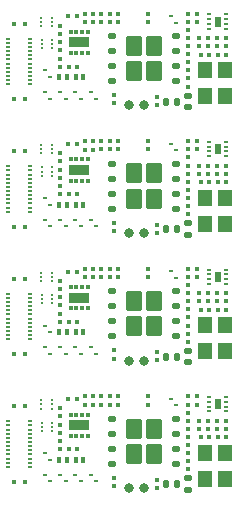
<source format=gbp>
G04 #@! TF.GenerationSoftware,KiCad,Pcbnew,9.0.0*
G04 #@! TF.CreationDate,2025-06-18T17:45:38-04:00*
G04 #@! TF.ProjectId,rp2350-decoder,72703233-3530-42d6-9465-636f6465722e,v0.1.2*
G04 #@! TF.SameCoordinates,Original*
G04 #@! TF.FileFunction,Paste,Bot*
G04 #@! TF.FilePolarity,Positive*
%FSLAX46Y46*%
G04 Gerber Fmt 4.6, Leading zero omitted, Abs format (unit mm)*
G04 Created by KiCad (PCBNEW 9.0.0) date 2025-06-18 17:45:38*
%MOMM*%
%LPD*%
G01*
G04 APERTURE LIST*
G04 Aperture macros list*
%AMRoundRect*
0 Rectangle with rounded corners*
0 $1 Rounding radius*
0 $2 $3 $4 $5 $6 $7 $8 $9 X,Y pos of 4 corners*
0 Add a 4 corners polygon primitive as box body*
4,1,4,$2,$3,$4,$5,$6,$7,$8,$9,$2,$3,0*
0 Add four circle primitives for the rounded corners*
1,1,$1+$1,$2,$3*
1,1,$1+$1,$4,$5*
1,1,$1+$1,$6,$7*
1,1,$1+$1,$8,$9*
0 Add four rect primitives between the rounded corners*
20,1,$1+$1,$2,$3,$4,$5,0*
20,1,$1+$1,$4,$5,$6,$7,0*
20,1,$1+$1,$6,$7,$8,$9,0*
20,1,$1+$1,$8,$9,$2,$3,0*%
G04 Aperture macros list end*
%ADD10R,0.280000X0.100000*%
%ADD11R,0.350000X0.150000*%
%ADD12RoundRect,0.079500X0.079500X0.100500X-0.079500X0.100500X-0.079500X-0.100500X0.079500X-0.100500X0*%
%ADD13RoundRect,0.079500X0.100500X-0.079500X0.100500X0.079500X-0.100500X0.079500X-0.100500X-0.079500X0*%
%ADD14RoundRect,0.079500X-0.100500X0.079500X-0.100500X-0.079500X0.100500X-0.079500X0.100500X0.079500X0*%
%ADD15R,0.350000X0.600000*%
%ADD16R,0.400000X0.200000*%
%ADD17R,0.500000X0.900000*%
%ADD18RoundRect,0.050000X0.050000X0.050000X-0.050000X0.050000X-0.050000X-0.050000X0.050000X-0.050000X0*%
%ADD19RoundRect,0.079500X-0.079500X-0.100500X0.079500X-0.100500X0.079500X0.100500X-0.079500X0.100500X0*%
%ADD20R,0.300000X0.450000*%
%ADD21R,1.700000X0.900000*%
%ADD22R,1.200000X1.400000*%
%ADD23C,0.800000*%
%ADD24RoundRect,0.250000X0.435000X0.615000X-0.435000X0.615000X-0.435000X-0.615000X0.435000X-0.615000X0*%
%ADD25RoundRect,0.125000X0.250000X0.125000X-0.250000X0.125000X-0.250000X-0.125000X0.250000X-0.125000X0*%
%ADD26RoundRect,0.140000X0.140000X0.170000X-0.140000X0.170000X-0.140000X-0.170000X0.140000X-0.170000X0*%
%ADD27RoundRect,0.140000X0.170000X-0.140000X0.170000X0.140000X-0.170000X0.140000X-0.170000X-0.140000X0*%
%ADD28R,0.400000X0.180000*%
%ADD29R,0.380000X0.400000*%
G04 APERTURE END LIST*
D10*
G04 #@! TO.C,Q7*
X32010000Y-42980000D03*
X32010000Y-43280000D03*
D11*
X31980000Y-43600000D03*
D10*
X31470000Y-43680000D03*
X31470000Y-43380000D03*
D11*
X31500000Y-43050000D03*
G04 #@! TD*
D12*
G04 #@! TO.C,R5*
X42835000Y-50670000D03*
X42145000Y-50670000D03*
G04 #@! TD*
D13*
G04 #@! TO.C,C3*
X35110000Y-37105000D03*
X35110000Y-36415000D03*
G04 #@! TD*
D10*
G04 #@! TO.C,Q8*
X33310000Y-32180000D03*
X33310000Y-32480000D03*
D11*
X33280000Y-32800000D03*
D10*
X32770000Y-32880000D03*
X32770000Y-32580000D03*
D11*
X32800000Y-32250000D03*
G04 #@! TD*
D12*
G04 #@! TO.C,C4*
X44235000Y-39870000D03*
X43545000Y-39870000D03*
G04 #@! TD*
D14*
G04 #@! TO.C,R8*
X33710000Y-25615000D03*
X33710000Y-26305000D03*
G04 #@! TD*
G04 #@! TO.C,R8*
X33710000Y-36415000D03*
X33710000Y-37105000D03*
G04 #@! TD*
D12*
G04 #@! TO.C,R17*
X31615000Y-40910000D03*
X30925000Y-40910000D03*
G04 #@! TD*
D14*
G04 #@! TO.C,R1*
X43500000Y-27675000D03*
X43500000Y-28365000D03*
G04 #@! TD*
D15*
G04 #@! TO.C,D6*
X30775000Y-52570000D03*
X30125000Y-52570000D03*
G04 #@! TD*
D16*
G04 #@! TO.C,U1*
X44250000Y-25675000D03*
X44250000Y-26075000D03*
X44250000Y-26475000D03*
X44250000Y-26875000D03*
X42850000Y-26875000D03*
X42850000Y-26475000D03*
X42850000Y-26075000D03*
X42850000Y-25675000D03*
D17*
X43550000Y-26275000D03*
G04 #@! TD*
D18*
G04 #@! TO.C,Q4*
X29520000Y-15140000D03*
X29520000Y-15490000D03*
X29520000Y-15840000D03*
X28620000Y-15840000D03*
X28620000Y-15490000D03*
X28620000Y-15140000D03*
G04 #@! TD*
D12*
G04 #@! TO.C,C20*
X33005000Y-26320000D03*
X32315000Y-26320000D03*
G04 #@! TD*
D10*
G04 #@! TO.C,Q1*
X40089896Y-14950000D03*
X40089896Y-15250000D03*
D11*
X40059896Y-15570000D03*
D10*
X39549896Y-15650000D03*
X39549896Y-15350000D03*
D11*
X39579896Y-15020000D03*
G04 #@! TD*
D13*
G04 #@! TO.C,R16*
X30220000Y-40905000D03*
X30220000Y-40215000D03*
G04 #@! TD*
D14*
G04 #@! TO.C,R4*
X42700000Y-38475000D03*
X42700000Y-39165000D03*
G04 #@! TD*
D19*
G04 #@! TO.C,R12*
X30915000Y-47440000D03*
X31605000Y-47440000D03*
G04 #@! TD*
D12*
G04 #@! TO.C,R7*
X33005000Y-14820000D03*
X32315000Y-14820000D03*
G04 #@! TD*
D13*
G04 #@! TO.C,C3*
X35110000Y-15505000D03*
X35110000Y-14815000D03*
G04 #@! TD*
G04 #@! TO.C,C21*
X34410000Y-37105000D03*
X34410000Y-36415000D03*
G04 #@! TD*
D14*
G04 #@! TO.C,C16*
X38390000Y-21885000D03*
X38390000Y-22575000D03*
G04 #@! TD*
G04 #@! TO.C,R18*
X30240000Y-28015000D03*
X30240000Y-28705000D03*
G04 #@! TD*
G04 #@! TO.C,R19*
X30240000Y-26615000D03*
X30240000Y-27305000D03*
G04 #@! TD*
D20*
G04 #@! TO.C,U6*
X32590000Y-39750000D03*
X32090000Y-39750000D03*
X31590000Y-39750000D03*
X31090000Y-39750000D03*
X31090000Y-37950000D03*
X31590000Y-37950000D03*
X32090000Y-37950000D03*
X32590000Y-37950000D03*
D21*
X31840000Y-38850000D03*
G04 #@! TD*
D13*
G04 #@! TO.C,C6*
X41010000Y-19615000D03*
X41010000Y-18925000D03*
G04 #@! TD*
D22*
G04 #@! TO.C,Y1*
X42440000Y-21800000D03*
X42440000Y-19600000D03*
X44140000Y-19600000D03*
X44140000Y-21800000D03*
G04 #@! TD*
D23*
G04 #@! TO.C,J2*
X37330000Y-44180000D03*
G04 #@! TD*
D14*
G04 #@! TO.C,R6*
X41010000Y-48585000D03*
X41010000Y-49275000D03*
G04 #@! TD*
D13*
G04 #@! TO.C,C11*
X41009891Y-50645000D03*
X41009891Y-49955000D03*
G04 #@! TD*
D14*
G04 #@! TO.C,C5*
X41010000Y-20295000D03*
X41010000Y-20985000D03*
G04 #@! TD*
D12*
G04 #@! TO.C,R17*
X31615000Y-51710000D03*
X30925000Y-51710000D03*
G04 #@! TD*
D16*
G04 #@! TO.C,U1*
X44250000Y-47275000D03*
X44250000Y-47675000D03*
X44250000Y-48075000D03*
X44250000Y-48475000D03*
X42850000Y-48475000D03*
X42850000Y-48075000D03*
X42850000Y-47675000D03*
X42850000Y-47275000D03*
D17*
X43550000Y-47875000D03*
G04 #@! TD*
D13*
G04 #@! TO.C,C11*
X41009891Y-18245000D03*
X41009891Y-17555000D03*
G04 #@! TD*
D14*
G04 #@! TO.C,R8*
X33710000Y-14815000D03*
X33710000Y-15505000D03*
G04 #@! TD*
D20*
G04 #@! TO.C,U6*
X32590000Y-28950000D03*
X32090000Y-28950000D03*
X31590000Y-28950000D03*
X31090000Y-28950000D03*
X31090000Y-27150000D03*
X31590000Y-27150000D03*
X32090000Y-27150000D03*
X32590000Y-27150000D03*
D21*
X31840000Y-28050000D03*
G04 #@! TD*
D10*
G04 #@! TO.C,Q6*
X29410000Y-53780000D03*
X29410000Y-54080000D03*
D11*
X29380000Y-54400000D03*
D10*
X28870000Y-54480000D03*
X28870000Y-54180000D03*
D11*
X28900000Y-53850000D03*
G04 #@! TD*
D14*
G04 #@! TO.C,R19*
X30240000Y-15815000D03*
X30240000Y-16505000D03*
G04 #@! TD*
G04 #@! TO.C,R19*
X30240000Y-48215000D03*
X30240000Y-48905000D03*
G04 #@! TD*
D24*
G04 #@! TO.C,U3*
X38180000Y-30485000D03*
X38180000Y-28335000D03*
X36480000Y-30485000D03*
X36480000Y-28335000D03*
D25*
X40030000Y-27505000D03*
X40030000Y-28775000D03*
X40030000Y-30045000D03*
X40030000Y-31315000D03*
X34630000Y-31315000D03*
X34630000Y-30045000D03*
X34630000Y-28775000D03*
X34630000Y-27505000D03*
G04 #@! TD*
D10*
G04 #@! TO.C,Q6*
X29410000Y-42980000D03*
X29410000Y-43280000D03*
D11*
X29380000Y-43600000D03*
D10*
X28870000Y-43680000D03*
X28870000Y-43380000D03*
D11*
X28900000Y-43050000D03*
G04 #@! TD*
D13*
G04 #@! TO.C,C3*
X35110000Y-26305000D03*
X35110000Y-25615000D03*
G04 #@! TD*
D14*
G04 #@! TO.C,C5*
X41010000Y-52695000D03*
X41010000Y-53385000D03*
G04 #@! TD*
D12*
G04 #@! TO.C,R5*
X42835000Y-18270000D03*
X42145000Y-18270000D03*
G04 #@! TD*
D10*
G04 #@! TO.C,Q2*
X29420000Y-19550000D03*
X29420000Y-19850000D03*
D11*
X29390000Y-20170000D03*
D10*
X28880000Y-20250000D03*
X28880000Y-19950000D03*
D11*
X28910000Y-19620000D03*
G04 #@! TD*
D23*
G04 #@! TO.C,J1*
X36050000Y-22580000D03*
G04 #@! TD*
D14*
G04 #@! TO.C,R2*
X44230000Y-38475000D03*
X44230000Y-39165000D03*
G04 #@! TD*
D10*
G04 #@! TO.C,Q8*
X33310000Y-53780000D03*
X33310000Y-54080000D03*
D11*
X33280000Y-54400000D03*
D10*
X32770000Y-54480000D03*
X32770000Y-54180000D03*
D11*
X32800000Y-53850000D03*
G04 #@! TD*
D22*
G04 #@! TO.C,Y1*
X42440000Y-43400000D03*
X42440000Y-41200000D03*
X44140000Y-41200000D03*
X44140000Y-43400000D03*
G04 #@! TD*
D14*
G04 #@! TO.C,R4*
X42700000Y-49275000D03*
X42700000Y-49965000D03*
G04 #@! TD*
G04 #@! TO.C,R3*
X41980000Y-16875000D03*
X41980000Y-17565000D03*
G04 #@! TD*
D22*
G04 #@! TO.C,Y1*
X42440000Y-54200000D03*
X42440000Y-52000000D03*
X44140000Y-52000000D03*
X44140000Y-54200000D03*
G04 #@! TD*
D12*
G04 #@! TO.C,R5*
X42835000Y-29070000D03*
X42145000Y-29070000D03*
G04 #@! TD*
D14*
G04 #@! TO.C,R4*
X42700000Y-16875000D03*
X42700000Y-17565000D03*
G04 #@! TD*
D13*
G04 #@! TO.C,C6*
X41010000Y-30415000D03*
X41010000Y-29725000D03*
G04 #@! TD*
D18*
G04 #@! TO.C,Q4*
X29520000Y-36740000D03*
X29520000Y-37090000D03*
X29520000Y-37440000D03*
X28620000Y-37440000D03*
X28620000Y-37090000D03*
X28620000Y-36740000D03*
G04 #@! TD*
D13*
G04 #@! TO.C,R15*
X41010000Y-47905000D03*
X41010000Y-47215000D03*
G04 #@! TD*
D14*
G04 #@! TO.C,C16*
X38390000Y-32685000D03*
X38390000Y-33375000D03*
G04 #@! TD*
D26*
G04 #@! TO.C,C15*
X40130000Y-54650000D03*
X39170000Y-54650000D03*
G04 #@! TD*
D13*
G04 #@! TO.C,C12*
X37650000Y-15505000D03*
X37650000Y-14815000D03*
G04 #@! TD*
D27*
G04 #@! TO.C,C2*
X41020000Y-44310000D03*
X41020000Y-43350000D03*
G04 #@! TD*
D28*
G04 #@! TO.C,J3*
X27700000Y-27720000D03*
X27700000Y-28070000D03*
X27700000Y-28430000D03*
X27700000Y-28780000D03*
X27700000Y-29130000D03*
X27700000Y-29480000D03*
X27700000Y-29830000D03*
X27700000Y-30180000D03*
X27700000Y-30530000D03*
X27700000Y-30880000D03*
X27700000Y-31230000D03*
X27700000Y-31580000D03*
X25800000Y-31580000D03*
X25800000Y-31230000D03*
X25800000Y-30880000D03*
X25800000Y-30530000D03*
X25800000Y-30180000D03*
X25800000Y-29830000D03*
X25800000Y-29480000D03*
X25800000Y-29130000D03*
X25800000Y-28780000D03*
X25800000Y-28430000D03*
X25800000Y-28070000D03*
X25800000Y-27720000D03*
D29*
X27230000Y-26450000D03*
X26270000Y-26450000D03*
X27230000Y-32860000D03*
X26270000Y-32860000D03*
G04 #@! TD*
D15*
G04 #@! TO.C,D6*
X30775000Y-20170000D03*
X30125000Y-20170000D03*
G04 #@! TD*
D18*
G04 #@! TO.C,Q3*
X29540000Y-17030000D03*
X29540000Y-17380000D03*
X29540000Y-17730000D03*
X28640000Y-17730000D03*
X28640000Y-17380000D03*
X28640000Y-17030000D03*
G04 #@! TD*
D10*
G04 #@! TO.C,Q5*
X30710000Y-32180000D03*
X30710000Y-32480000D03*
D11*
X30680000Y-32800000D03*
D10*
X30170000Y-32880000D03*
X30170000Y-32580000D03*
D11*
X30200000Y-32250000D03*
G04 #@! TD*
D10*
G04 #@! TO.C,Q2*
X29420000Y-51950000D03*
X29420000Y-52250000D03*
D11*
X29390000Y-52570000D03*
D10*
X28880000Y-52650000D03*
X28880000Y-52350000D03*
D11*
X28910000Y-52020000D03*
G04 #@! TD*
D14*
G04 #@! TO.C,R18*
X30240000Y-17215000D03*
X30240000Y-17905000D03*
G04 #@! TD*
D13*
G04 #@! TO.C,C12*
X37650000Y-47905000D03*
X37650000Y-47215000D03*
G04 #@! TD*
D14*
G04 #@! TO.C,C1*
X41830000Y-14815000D03*
X41830000Y-15505000D03*
G04 #@! TD*
D13*
G04 #@! TO.C,C13*
X34780000Y-44015000D03*
X34780000Y-43325000D03*
G04 #@! TD*
D10*
G04 #@! TO.C,Q7*
X32010000Y-32180000D03*
X32010000Y-32480000D03*
D11*
X31980000Y-32800000D03*
D10*
X31470000Y-32880000D03*
X31470000Y-32580000D03*
D11*
X31500000Y-32250000D03*
G04 #@! TD*
D10*
G04 #@! TO.C,Q5*
X30710000Y-42980000D03*
X30710000Y-43280000D03*
D11*
X30680000Y-43600000D03*
D10*
X30170000Y-43680000D03*
X30170000Y-43380000D03*
D11*
X30200000Y-43050000D03*
G04 #@! TD*
D10*
G04 #@! TO.C,Q7*
X32010000Y-53780000D03*
X32010000Y-54080000D03*
D11*
X31980000Y-54400000D03*
D10*
X31470000Y-54480000D03*
X31470000Y-54180000D03*
D11*
X31500000Y-53850000D03*
G04 #@! TD*
D14*
G04 #@! TO.C,C1*
X41830000Y-47215000D03*
X41830000Y-47905000D03*
G04 #@! TD*
D23*
G04 #@! TO.C,J1*
X36050000Y-33380000D03*
G04 #@! TD*
G04 #@! TO.C,J2*
X37330000Y-54980000D03*
G04 #@! TD*
D12*
G04 #@! TO.C,C20*
X33005000Y-15520000D03*
X32315000Y-15520000D03*
G04 #@! TD*
D13*
G04 #@! TO.C,R16*
X30220000Y-30105000D03*
X30220000Y-29415000D03*
G04 #@! TD*
D15*
G04 #@! TO.C,D5*
X31525000Y-30970000D03*
X32175000Y-30970000D03*
G04 #@! TD*
D26*
G04 #@! TO.C,C15*
X40130000Y-22250000D03*
X39170000Y-22250000D03*
G04 #@! TD*
D18*
G04 #@! TO.C,Q4*
X29520000Y-25940000D03*
X29520000Y-26290000D03*
X29520000Y-26640000D03*
X28620000Y-26640000D03*
X28620000Y-26290000D03*
X28620000Y-25940000D03*
G04 #@! TD*
D13*
G04 #@! TO.C,C11*
X41009891Y-39845000D03*
X41009891Y-39155000D03*
G04 #@! TD*
D14*
G04 #@! TO.C,R2*
X44230000Y-27675000D03*
X44230000Y-28365000D03*
G04 #@! TD*
D13*
G04 #@! TO.C,R15*
X41010000Y-26305000D03*
X41010000Y-25615000D03*
G04 #@! TD*
D27*
G04 #@! TO.C,C2*
X41020000Y-55110000D03*
X41020000Y-54150000D03*
G04 #@! TD*
D10*
G04 #@! TO.C,Q8*
X33310000Y-21380000D03*
X33310000Y-21680000D03*
D11*
X33280000Y-22000000D03*
D10*
X32770000Y-22080000D03*
X32770000Y-21780000D03*
D11*
X32800000Y-21450000D03*
G04 #@! TD*
D14*
G04 #@! TO.C,R1*
X43500000Y-49275000D03*
X43500000Y-49965000D03*
G04 #@! TD*
D13*
G04 #@! TO.C,C12*
X37650000Y-26305000D03*
X37650000Y-25615000D03*
G04 #@! TD*
D14*
G04 #@! TO.C,R6*
X41010000Y-16185000D03*
X41010000Y-16875000D03*
G04 #@! TD*
D18*
G04 #@! TO.C,Q3*
X29540000Y-38630000D03*
X29540000Y-38980000D03*
X29540000Y-39330000D03*
X28640000Y-39330000D03*
X28640000Y-38980000D03*
X28640000Y-38630000D03*
G04 #@! TD*
D12*
G04 #@! TO.C,C20*
X33005000Y-37120000D03*
X32315000Y-37120000D03*
G04 #@! TD*
D13*
G04 #@! TO.C,R15*
X41010000Y-15505000D03*
X41010000Y-14815000D03*
G04 #@! TD*
D15*
G04 #@! TO.C,D6*
X30775000Y-41770000D03*
X30125000Y-41770000D03*
G04 #@! TD*
D14*
G04 #@! TO.C,R2*
X44230000Y-16875000D03*
X44230000Y-17565000D03*
G04 #@! TD*
D13*
G04 #@! TO.C,C21*
X34410000Y-26305000D03*
X34410000Y-25615000D03*
G04 #@! TD*
D14*
G04 #@! TO.C,R4*
X42700000Y-27675000D03*
X42700000Y-28365000D03*
G04 #@! TD*
G04 #@! TO.C,R18*
X30240000Y-49615000D03*
X30240000Y-50305000D03*
G04 #@! TD*
D10*
G04 #@! TO.C,Q5*
X30710000Y-21380000D03*
X30710000Y-21680000D03*
D11*
X30680000Y-22000000D03*
D10*
X30170000Y-22080000D03*
X30170000Y-21780000D03*
D11*
X30200000Y-21450000D03*
G04 #@! TD*
D10*
G04 #@! TO.C,Q2*
X29420000Y-41150000D03*
X29420000Y-41450000D03*
D11*
X29390000Y-41770000D03*
D10*
X28880000Y-41850000D03*
X28880000Y-41550000D03*
D11*
X28910000Y-41220000D03*
G04 #@! TD*
D24*
G04 #@! TO.C,U3*
X38180000Y-41285000D03*
X38180000Y-39135000D03*
X36480000Y-41285000D03*
X36480000Y-39135000D03*
D25*
X40030000Y-38305000D03*
X40030000Y-39575000D03*
X40030000Y-40845000D03*
X40030000Y-42115000D03*
X34630000Y-42115000D03*
X34630000Y-40845000D03*
X34630000Y-39575000D03*
X34630000Y-38305000D03*
G04 #@! TD*
D14*
G04 #@! TO.C,C5*
X41010000Y-41895000D03*
X41010000Y-42585000D03*
G04 #@! TD*
D13*
G04 #@! TO.C,R15*
X41010000Y-37105000D03*
X41010000Y-36415000D03*
G04 #@! TD*
D18*
G04 #@! TO.C,Q3*
X29540000Y-49430000D03*
X29540000Y-49780000D03*
X29540000Y-50130000D03*
X28640000Y-50130000D03*
X28640000Y-49780000D03*
X28640000Y-49430000D03*
G04 #@! TD*
D10*
G04 #@! TO.C,Q1*
X40089896Y-36550000D03*
X40089896Y-36850000D03*
D11*
X40059896Y-37170000D03*
D10*
X39549896Y-37250000D03*
X39549896Y-36950000D03*
D11*
X39579896Y-36620000D03*
G04 #@! TD*
D23*
G04 #@! TO.C,J2*
X37330000Y-22580000D03*
G04 #@! TD*
D26*
G04 #@! TO.C,C15*
X40130000Y-33050000D03*
X39170000Y-33050000D03*
G04 #@! TD*
D19*
G04 #@! TO.C,R12*
X30915000Y-36640000D03*
X31605000Y-36640000D03*
G04 #@! TD*
D15*
G04 #@! TO.C,D5*
X31525000Y-52570000D03*
X32175000Y-52570000D03*
G04 #@! TD*
D14*
G04 #@! TO.C,C16*
X38390000Y-43485000D03*
X38390000Y-44175000D03*
G04 #@! TD*
G04 #@! TO.C,R6*
X41010000Y-26985000D03*
X41010000Y-27675000D03*
G04 #@! TD*
G04 #@! TO.C,C1*
X41830000Y-25615000D03*
X41830000Y-26305000D03*
G04 #@! TD*
D19*
G04 #@! TO.C,R12*
X30915000Y-15040000D03*
X31605000Y-15040000D03*
G04 #@! TD*
D18*
G04 #@! TO.C,Q3*
X29540000Y-27830000D03*
X29540000Y-28180000D03*
X29540000Y-28530000D03*
X28640000Y-28530000D03*
X28640000Y-28180000D03*
X28640000Y-27830000D03*
G04 #@! TD*
D10*
G04 #@! TO.C,Q7*
X32010000Y-21380000D03*
X32010000Y-21680000D03*
D11*
X31980000Y-22000000D03*
D10*
X31470000Y-22080000D03*
X31470000Y-21780000D03*
D11*
X31500000Y-21450000D03*
G04 #@! TD*
D10*
G04 #@! TO.C,Q1*
X40089896Y-47350000D03*
X40089896Y-47650000D03*
D11*
X40059896Y-47970000D03*
D10*
X39549896Y-48050000D03*
X39549896Y-47750000D03*
D11*
X39579896Y-47420000D03*
G04 #@! TD*
D15*
G04 #@! TO.C,D6*
X30775000Y-30970000D03*
X30125000Y-30970000D03*
G04 #@! TD*
D10*
G04 #@! TO.C,Q1*
X40089896Y-25750000D03*
X40089896Y-26050000D03*
D11*
X40059896Y-26370000D03*
D10*
X39549896Y-26450000D03*
X39549896Y-26150000D03*
D11*
X39579896Y-25820000D03*
G04 #@! TD*
D23*
G04 #@! TO.C,J2*
X37330000Y-33380000D03*
G04 #@! TD*
D10*
G04 #@! TO.C,Q5*
X30710000Y-53780000D03*
X30710000Y-54080000D03*
D11*
X30680000Y-54400000D03*
D10*
X30170000Y-54480000D03*
X30170000Y-54180000D03*
D11*
X30200000Y-53850000D03*
G04 #@! TD*
D12*
G04 #@! TO.C,R7*
X33005000Y-36420000D03*
X32315000Y-36420000D03*
G04 #@! TD*
G04 #@! TO.C,C4*
X44235000Y-50670000D03*
X43545000Y-50670000D03*
G04 #@! TD*
D14*
G04 #@! TO.C,R1*
X43500000Y-16875000D03*
X43500000Y-17565000D03*
G04 #@! TD*
G04 #@! TO.C,R3*
X41980000Y-49275000D03*
X41980000Y-49965000D03*
G04 #@! TD*
D19*
G04 #@! TO.C,R12*
X30915000Y-25840000D03*
X31605000Y-25840000D03*
G04 #@! TD*
D14*
G04 #@! TO.C,R2*
X44230000Y-49275000D03*
X44230000Y-49965000D03*
G04 #@! TD*
G04 #@! TO.C,R3*
X41980000Y-38475000D03*
X41980000Y-39165000D03*
G04 #@! TD*
D12*
G04 #@! TO.C,R7*
X33005000Y-47220000D03*
X32315000Y-47220000D03*
G04 #@! TD*
D26*
G04 #@! TO.C,C15*
X40130000Y-43850000D03*
X39170000Y-43850000D03*
G04 #@! TD*
D20*
G04 #@! TO.C,U6*
X32590000Y-50550000D03*
X32090000Y-50550000D03*
X31590000Y-50550000D03*
X31090000Y-50550000D03*
X31090000Y-48750000D03*
X31590000Y-48750000D03*
X32090000Y-48750000D03*
X32590000Y-48750000D03*
D21*
X31840000Y-49650000D03*
G04 #@! TD*
D15*
G04 #@! TO.C,D5*
X31525000Y-41770000D03*
X32175000Y-41770000D03*
G04 #@! TD*
D12*
G04 #@! TO.C,C20*
X33005000Y-47920000D03*
X32315000Y-47920000D03*
G04 #@! TD*
D28*
G04 #@! TO.C,J3*
X27700000Y-38520000D03*
X27700000Y-38870000D03*
X27700000Y-39230000D03*
X27700000Y-39580000D03*
X27700000Y-39930000D03*
X27700000Y-40280000D03*
X27700000Y-40630000D03*
X27700000Y-40980000D03*
X27700000Y-41330000D03*
X27700000Y-41680000D03*
X27700000Y-42030000D03*
X27700000Y-42380000D03*
X25800000Y-42380000D03*
X25800000Y-42030000D03*
X25800000Y-41680000D03*
X25800000Y-41330000D03*
X25800000Y-40980000D03*
X25800000Y-40630000D03*
X25800000Y-40280000D03*
X25800000Y-39930000D03*
X25800000Y-39580000D03*
X25800000Y-39230000D03*
X25800000Y-38870000D03*
X25800000Y-38520000D03*
D29*
X27230000Y-37250000D03*
X26270000Y-37250000D03*
X27230000Y-43660000D03*
X26270000Y-43660000D03*
G04 #@! TD*
D13*
G04 #@! TO.C,C21*
X34410000Y-15505000D03*
X34410000Y-14815000D03*
G04 #@! TD*
D28*
G04 #@! TO.C,J3*
X27700000Y-49320000D03*
X27700000Y-49670000D03*
X27700000Y-50030000D03*
X27700000Y-50380000D03*
X27700000Y-50730000D03*
X27700000Y-51080000D03*
X27700000Y-51430000D03*
X27700000Y-51780000D03*
X27700000Y-52130000D03*
X27700000Y-52480000D03*
X27700000Y-52830000D03*
X27700000Y-53180000D03*
X25800000Y-53180000D03*
X25800000Y-52830000D03*
X25800000Y-52480000D03*
X25800000Y-52130000D03*
X25800000Y-51780000D03*
X25800000Y-51430000D03*
X25800000Y-51080000D03*
X25800000Y-50730000D03*
X25800000Y-50380000D03*
X25800000Y-50030000D03*
X25800000Y-49670000D03*
X25800000Y-49320000D03*
D29*
X27230000Y-48050000D03*
X26270000Y-48050000D03*
X27230000Y-54460000D03*
X26270000Y-54460000D03*
G04 #@! TD*
D23*
G04 #@! TO.C,J1*
X36050000Y-44180000D03*
G04 #@! TD*
D14*
G04 #@! TO.C,C5*
X41010000Y-31095000D03*
X41010000Y-31785000D03*
G04 #@! TD*
D13*
G04 #@! TO.C,C21*
X34410000Y-47905000D03*
X34410000Y-47215000D03*
G04 #@! TD*
D14*
G04 #@! TO.C,R6*
X41010000Y-37785000D03*
X41010000Y-38475000D03*
G04 #@! TD*
D12*
G04 #@! TO.C,R5*
X42835000Y-39870000D03*
X42145000Y-39870000D03*
G04 #@! TD*
D20*
G04 #@! TO.C,U6*
X32590000Y-18150000D03*
X32090000Y-18150000D03*
X31590000Y-18150000D03*
X31090000Y-18150000D03*
X31090000Y-16350000D03*
X31590000Y-16350000D03*
X32090000Y-16350000D03*
X32590000Y-16350000D03*
D21*
X31840000Y-17250000D03*
G04 #@! TD*
D13*
G04 #@! TO.C,C6*
X41010000Y-41215000D03*
X41010000Y-40525000D03*
G04 #@! TD*
D10*
G04 #@! TO.C,Q8*
X33310000Y-42980000D03*
X33310000Y-43280000D03*
D11*
X33280000Y-43600000D03*
D10*
X32770000Y-43680000D03*
X32770000Y-43380000D03*
D11*
X32800000Y-43050000D03*
G04 #@! TD*
D10*
G04 #@! TO.C,Q2*
X29420000Y-30350000D03*
X29420000Y-30650000D03*
D11*
X29390000Y-30970000D03*
D10*
X28880000Y-31050000D03*
X28880000Y-30750000D03*
D11*
X28910000Y-30420000D03*
G04 #@! TD*
D12*
G04 #@! TO.C,R7*
X33005000Y-25620000D03*
X32315000Y-25620000D03*
G04 #@! TD*
D18*
G04 #@! TO.C,Q4*
X29520000Y-47540000D03*
X29520000Y-47890000D03*
X29520000Y-48240000D03*
X28620000Y-48240000D03*
X28620000Y-47890000D03*
X28620000Y-47540000D03*
G04 #@! TD*
D14*
G04 #@! TO.C,R19*
X30240000Y-37415000D03*
X30240000Y-38105000D03*
G04 #@! TD*
D27*
G04 #@! TO.C,C2*
X41020000Y-22710000D03*
X41020000Y-21750000D03*
G04 #@! TD*
D10*
G04 #@! TO.C,Q6*
X29410000Y-32180000D03*
X29410000Y-32480000D03*
D11*
X29380000Y-32800000D03*
D10*
X28870000Y-32880000D03*
X28870000Y-32580000D03*
D11*
X28900000Y-32250000D03*
G04 #@! TD*
D12*
G04 #@! TO.C,C4*
X44235000Y-29070000D03*
X43545000Y-29070000D03*
G04 #@! TD*
D14*
G04 #@! TO.C,C16*
X38390000Y-54285000D03*
X38390000Y-54975000D03*
G04 #@! TD*
D24*
G04 #@! TO.C,U3*
X38180000Y-19685000D03*
X38180000Y-17535000D03*
X36480000Y-19685000D03*
X36480000Y-17535000D03*
D25*
X40030000Y-16705000D03*
X40030000Y-17975000D03*
X40030000Y-19245000D03*
X40030000Y-20515000D03*
X34630000Y-20515000D03*
X34630000Y-19245000D03*
X34630000Y-17975000D03*
X34630000Y-16705000D03*
G04 #@! TD*
D15*
G04 #@! TO.C,D5*
X31525000Y-20170000D03*
X32175000Y-20170000D03*
G04 #@! TD*
D14*
G04 #@! TO.C,R18*
X30240000Y-38815000D03*
X30240000Y-39505000D03*
G04 #@! TD*
D12*
G04 #@! TO.C,R17*
X31615000Y-19310000D03*
X30925000Y-19310000D03*
G04 #@! TD*
D13*
G04 #@! TO.C,C11*
X41009891Y-29045000D03*
X41009891Y-28355000D03*
G04 #@! TD*
D14*
G04 #@! TO.C,C1*
X41830000Y-36415000D03*
X41830000Y-37105000D03*
G04 #@! TD*
D13*
G04 #@! TO.C,C13*
X34780000Y-22415000D03*
X34780000Y-21725000D03*
G04 #@! TD*
G04 #@! TO.C,C12*
X37650000Y-37105000D03*
X37650000Y-36415000D03*
G04 #@! TD*
D28*
G04 #@! TO.C,J3*
X27700000Y-16920000D03*
X27700000Y-17270000D03*
X27700000Y-17630000D03*
X27700000Y-17980000D03*
X27700000Y-18330000D03*
X27700000Y-18680000D03*
X27700000Y-19030000D03*
X27700000Y-19380000D03*
X27700000Y-19730000D03*
X27700000Y-20080000D03*
X27700000Y-20430000D03*
X27700000Y-20780000D03*
X25800000Y-20780000D03*
X25800000Y-20430000D03*
X25800000Y-20080000D03*
X25800000Y-19730000D03*
X25800000Y-19380000D03*
X25800000Y-19030000D03*
X25800000Y-18680000D03*
X25800000Y-18330000D03*
X25800000Y-17980000D03*
X25800000Y-17630000D03*
X25800000Y-17270000D03*
X25800000Y-16920000D03*
D29*
X27230000Y-15650000D03*
X26270000Y-15650000D03*
X27230000Y-22060000D03*
X26270000Y-22060000D03*
G04 #@! TD*
D14*
G04 #@! TO.C,R1*
X43500000Y-38475000D03*
X43500000Y-39165000D03*
G04 #@! TD*
D10*
G04 #@! TO.C,Q6*
X29410000Y-21380000D03*
X29410000Y-21680000D03*
D11*
X29380000Y-22000000D03*
D10*
X28870000Y-22080000D03*
X28870000Y-21780000D03*
D11*
X28900000Y-21450000D03*
G04 #@! TD*
D24*
G04 #@! TO.C,U3*
X38180000Y-52085000D03*
X38180000Y-49935000D03*
X36480000Y-52085000D03*
X36480000Y-49935000D03*
D25*
X40030000Y-49105000D03*
X40030000Y-50375000D03*
X40030000Y-51645000D03*
X40030000Y-52915000D03*
X34630000Y-52915000D03*
X34630000Y-51645000D03*
X34630000Y-50375000D03*
X34630000Y-49105000D03*
G04 #@! TD*
D27*
G04 #@! TO.C,C2*
X41020000Y-33510000D03*
X41020000Y-32550000D03*
G04 #@! TD*
D14*
G04 #@! TO.C,R8*
X33710000Y-47215000D03*
X33710000Y-47905000D03*
G04 #@! TD*
D22*
G04 #@! TO.C,Y1*
X42440000Y-32600000D03*
X42440000Y-30400000D03*
X44140000Y-30400000D03*
X44140000Y-32600000D03*
G04 #@! TD*
D16*
G04 #@! TO.C,U1*
X44250000Y-36475000D03*
X44250000Y-36875000D03*
X44250000Y-37275000D03*
X44250000Y-37675000D03*
X42850000Y-37675000D03*
X42850000Y-37275000D03*
X42850000Y-36875000D03*
X42850000Y-36475000D03*
D17*
X43550000Y-37075000D03*
G04 #@! TD*
D13*
G04 #@! TO.C,C3*
X35110000Y-47905000D03*
X35110000Y-47215000D03*
G04 #@! TD*
D12*
G04 #@! TO.C,R17*
X31615000Y-30110000D03*
X30925000Y-30110000D03*
G04 #@! TD*
G04 #@! TO.C,C4*
X44235000Y-18270000D03*
X43545000Y-18270000D03*
G04 #@! TD*
D13*
G04 #@! TO.C,C13*
X34780000Y-33215000D03*
X34780000Y-32525000D03*
G04 #@! TD*
D16*
G04 #@! TO.C,U1*
X44250000Y-14875000D03*
X44250000Y-15275000D03*
X44250000Y-15675000D03*
X44250000Y-16075000D03*
X42850000Y-16075000D03*
X42850000Y-15675000D03*
X42850000Y-15275000D03*
X42850000Y-14875000D03*
D17*
X43550000Y-15475000D03*
G04 #@! TD*
D14*
G04 #@! TO.C,R3*
X41980000Y-27675000D03*
X41980000Y-28365000D03*
G04 #@! TD*
D23*
G04 #@! TO.C,J1*
X36050000Y-54980000D03*
G04 #@! TD*
D13*
G04 #@! TO.C,R16*
X30220000Y-19305000D03*
X30220000Y-18615000D03*
G04 #@! TD*
G04 #@! TO.C,C6*
X41010000Y-52015000D03*
X41010000Y-51325000D03*
G04 #@! TD*
G04 #@! TO.C,R16*
X30220000Y-51705000D03*
X30220000Y-51015000D03*
G04 #@! TD*
G04 #@! TO.C,C13*
X34780000Y-54815000D03*
X34780000Y-54125000D03*
G04 #@! TD*
M02*

</source>
